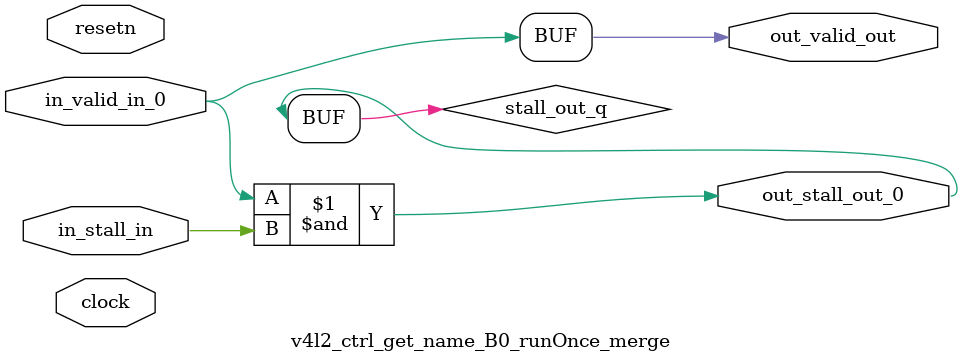
<source format=sv>



(* altera_attribute = "-name AUTO_SHIFT_REGISTER_RECOGNITION OFF; -name MESSAGE_DISABLE 10036; -name MESSAGE_DISABLE 10037; -name MESSAGE_DISABLE 14130; -name MESSAGE_DISABLE 14320; -name MESSAGE_DISABLE 15400; -name MESSAGE_DISABLE 14130; -name MESSAGE_DISABLE 10036; -name MESSAGE_DISABLE 12020; -name MESSAGE_DISABLE 12030; -name MESSAGE_DISABLE 12010; -name MESSAGE_DISABLE 12110; -name MESSAGE_DISABLE 14320; -name MESSAGE_DISABLE 13410; -name MESSAGE_DISABLE 113007; -name MESSAGE_DISABLE 10958" *)
module v4l2_ctrl_get_name_B0_runOnce_merge (
    input wire [0:0] in_stall_in,
    input wire [0:0] in_valid_in_0,
    output wire [0:0] out_stall_out_0,
    output wire [0:0] out_valid_out,
    input wire clock,
    input wire resetn
    );

    wire [0:0] stall_out_q;


    // stall_out(LOGICAL,6)
    assign stall_out_q = in_valid_in_0 & in_stall_in;

    // out_stall_out_0(GPOUT,4)
    assign out_stall_out_0 = stall_out_q;

    // out_valid_out(GPOUT,5)
    assign out_valid_out = in_valid_in_0;

endmodule

</source>
